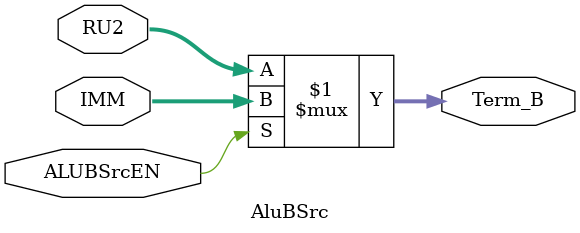
<source format=sv>
module AluBSrc(
	input [31:0] RU2,
	input [31:0] IMM,
	input ALUBSrcEN,
	output wire [31:0] Term_B
);

assign Term_B = (ALUBSrcEN) ? IMM : RU2;

endmodule
</source>
